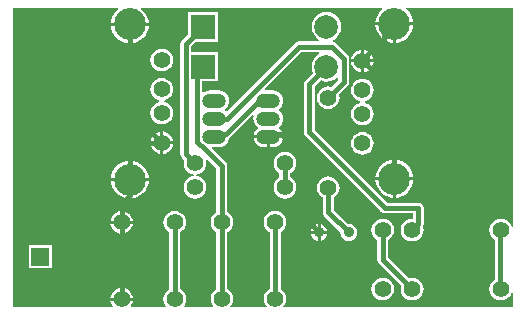
<source format=gtl>
%FSLAX44Y44*%
%MOMM*%
G71*
G01*
G75*
G04 Layer_Physical_Order=1*
G04 Layer_Color=255*
%ADD10C,0.4000*%
%ADD11O,2.0000X1.2500*%
%ADD12O,2.0000X1.2500*%
%ADD13C,1.4000*%
%ADD14R,1.5000X1.5000*%
%ADD15C,2.7000*%
%ADD16R,2.0000X2.0000*%
%ADD17C,2.0000*%
%ADD18C,0.9000*%
G36*
X806650Y640087D02*
X805405Y639839D01*
X804513Y641991D01*
X802984Y643984D01*
X800991Y645513D01*
X798671Y646474D01*
X796180Y646802D01*
X793690Y646474D01*
X791369Y645513D01*
X789376Y643984D01*
X787847Y641991D01*
X786886Y639670D01*
X786558Y637180D01*
X786886Y634689D01*
X787847Y632369D01*
X789376Y630376D01*
X791301Y628899D01*
Y595461D01*
X789376Y593984D01*
X787847Y591991D01*
X786886Y589670D01*
X786558Y587180D01*
X786886Y584689D01*
X787847Y582369D01*
X789376Y580376D01*
X791369Y578847D01*
X793690Y577886D01*
X796180Y577558D01*
X798671Y577886D01*
X800991Y578847D01*
X802984Y580376D01*
X804513Y582369D01*
X805405Y584521D01*
X806650Y584273D01*
Y571600D01*
X612804D01*
X612242Y572739D01*
X613424Y574278D01*
X614385Y576599D01*
X614713Y579090D01*
X614385Y581580D01*
X613424Y583901D01*
X611894Y585894D01*
X609902Y587423D01*
X609720Y587498D01*
Y635681D01*
X609902Y635756D01*
X611894Y637286D01*
X613424Y639278D01*
X614385Y641599D01*
X614713Y644090D01*
X614385Y646580D01*
X613424Y648901D01*
X611894Y650894D01*
X609902Y652423D01*
X607581Y653384D01*
X605090Y653712D01*
X602600Y653384D01*
X600279Y652423D01*
X598286Y650894D01*
X596757Y648901D01*
X595796Y646580D01*
X595468Y644090D01*
X595796Y641599D01*
X596757Y639278D01*
X598286Y637286D01*
X600279Y635756D01*
X600462Y635681D01*
Y587499D01*
X600279Y587423D01*
X598286Y585894D01*
X596757Y583901D01*
X595796Y581580D01*
X595468Y579090D01*
X595796Y576599D01*
X596757Y574278D01*
X597939Y572739D01*
X597377Y571600D01*
X567804D01*
X567242Y572739D01*
X568424Y574278D01*
X569385Y576599D01*
X569713Y579090D01*
X569385Y581580D01*
X568424Y583901D01*
X566894Y585894D01*
X564902Y587423D01*
X564720Y587498D01*
Y635681D01*
X564902Y635756D01*
X566894Y637286D01*
X568424Y639278D01*
X569385Y641599D01*
X569713Y644090D01*
X569385Y646580D01*
X568424Y648901D01*
X566894Y650894D01*
X564902Y652423D01*
X564720Y652498D01*
Y691159D01*
X564720Y691159D01*
X564367Y692931D01*
X563364Y694432D01*
X563364Y694432D01*
X551516Y706281D01*
X552002Y707454D01*
X557470D01*
X559765Y707756D01*
X561903Y708642D01*
X563739Y710051D01*
X565148Y711887D01*
X566034Y714025D01*
X566145Y714874D01*
X567153Y715547D01*
X585920Y734314D01*
X587126Y733815D01*
X586824Y731520D01*
X587126Y729225D01*
X588012Y727087D01*
X589421Y725251D01*
X590328Y724555D01*
Y723285D01*
X589421Y722589D01*
X588012Y720753D01*
X587126Y718615D01*
X586991Y717590D01*
X611889D01*
X611754Y718615D01*
X610868Y720753D01*
X609459Y722589D01*
X608552Y723285D01*
Y724555D01*
X609459Y725251D01*
X610868Y727087D01*
X611754Y729225D01*
X612056Y731520D01*
X611754Y733815D01*
X610868Y735953D01*
X609459Y737789D01*
X608552Y738485D01*
Y739755D01*
X609459Y740451D01*
X610868Y742287D01*
X611754Y744426D01*
X612056Y746720D01*
X611754Y749015D01*
X610868Y751153D01*
X609459Y752989D01*
X607623Y754398D01*
X605485Y755284D01*
X603190Y755586D01*
X596660D01*
X596174Y756759D01*
X627265Y787851D01*
X642407D01*
X642654Y786605D01*
X642336Y786474D01*
X639716Y784464D01*
X637706Y781844D01*
X636443Y778793D01*
X636012Y775520D01*
X636443Y772246D01*
X637145Y770551D01*
X630965Y764371D01*
X629961Y762869D01*
X629609Y761098D01*
X629609Y761098D01*
Y720090D01*
X629609Y720090D01*
X629961Y718319D01*
X630965Y716817D01*
X695227Y652555D01*
X695227Y652555D01*
X696729Y651551D01*
X696729Y651551D01*
X696729Y651551D01*
D01*
X696729Y651551D01*
X696729Y651551D01*
X698500Y651199D01*
X721871D01*
Y647408D01*
X721180Y646802D01*
X718690Y646474D01*
X716369Y645513D01*
X714376Y643984D01*
X712847Y641991D01*
X711886Y639670D01*
X711558Y637180D01*
X711886Y634689D01*
X712847Y632369D01*
X714376Y630376D01*
X716369Y628847D01*
X718690Y627886D01*
X721180Y627558D01*
X723671Y627886D01*
X725991Y628847D01*
X727984Y630376D01*
X729513Y632369D01*
X730475Y634689D01*
X730803Y637180D01*
X730475Y639670D01*
X730320Y640044D01*
X730777Y640728D01*
X731129Y642500D01*
X731129Y642500D01*
Y655768D01*
X730777Y657539D01*
X729773Y659041D01*
X729773Y659041D01*
X729713Y659101D01*
X728211Y660105D01*
X726440Y660457D01*
X726440Y660457D01*
X700417D01*
X638867Y722007D01*
Y759180D01*
X643691Y764005D01*
X645387Y763303D01*
X648660Y762872D01*
X651934Y763303D01*
X654984Y764566D01*
X657604Y766576D01*
X657616Y766593D01*
X658819Y766184D01*
Y764425D01*
X652913Y758519D01*
X652730Y758594D01*
X650240Y758922D01*
X647750Y758594D01*
X645429Y757633D01*
X643436Y756104D01*
X641907Y754111D01*
X640946Y751790D01*
X640618Y749300D01*
X640946Y746810D01*
X641907Y744489D01*
X643436Y742496D01*
X645429Y740967D01*
X647750Y740006D01*
X650240Y739678D01*
X652730Y740006D01*
X655051Y740967D01*
X657044Y742496D01*
X658573Y744489D01*
X659534Y746810D01*
X659862Y749300D01*
X659534Y751790D01*
X659459Y751973D01*
X666721Y759235D01*
X667725Y760737D01*
X668077Y762508D01*
X668077Y762508D01*
Y782320D01*
X668077Y782320D01*
X668077Y782320D01*
Y782320D01*
X668077D01*
X668077Y782320D01*
X667725Y784091D01*
X667323Y784693D01*
X666721Y785593D01*
X666721Y785593D01*
X656561Y795753D01*
X655059Y796757D01*
X653288Y797109D01*
X653263Y797233D01*
X653201Y797548D01*
X654984Y798287D01*
X657604Y800297D01*
X659614Y802916D01*
X660877Y805967D01*
X661308Y809240D01*
X660877Y812514D01*
X659614Y815564D01*
X657604Y818184D01*
X654984Y820194D01*
X651934Y821458D01*
X648660Y821889D01*
X645387Y821458D01*
X642336Y820194D01*
X639716Y818184D01*
X637706Y815564D01*
X636443Y812514D01*
X636012Y809240D01*
X636443Y805967D01*
X637706Y802916D01*
X639716Y800297D01*
X642304Y798312D01*
X641896Y797109D01*
X625348D01*
X625348Y797109D01*
X623577Y796757D01*
X622075Y795753D01*
X622075Y795753D01*
X564088Y737766D01*
X563739Y737789D01*
X562832Y738485D01*
Y739755D01*
X563739Y740451D01*
X565148Y742287D01*
X566034Y744426D01*
X566336Y746720D01*
X566034Y749015D01*
X565148Y751153D01*
X563739Y752989D01*
X561903Y754398D01*
X559765Y755284D01*
X557470Y755586D01*
X549970D01*
X547675Y755284D01*
X545537Y754398D01*
X544756Y753799D01*
X543617Y754361D01*
Y762980D01*
X556600D01*
Y788060D01*
X533965D01*
Y792599D01*
X538066Y796700D01*
X556600D01*
Y821780D01*
X531520D01*
Y803247D01*
X526063Y797790D01*
X525059Y796288D01*
X524707Y794517D01*
X524707Y794516D01*
Y701644D01*
X524707Y701644D01*
X525059Y699873D01*
X526063Y698371D01*
X528081Y696353D01*
X528005Y696171D01*
X527678Y693680D01*
X528005Y691190D01*
X528967Y688869D01*
X530496Y686876D01*
X532489Y685347D01*
X534809Y684386D01*
X536561Y684155D01*
Y682885D01*
X534809Y682654D01*
X532489Y681693D01*
X530496Y680164D01*
X528967Y678171D01*
X528005Y675851D01*
X527678Y673360D01*
X528005Y670870D01*
X528967Y668549D01*
X530496Y666556D01*
X532489Y665027D01*
X534809Y664066D01*
X537300Y663738D01*
X539790Y664066D01*
X542111Y665027D01*
X544104Y666556D01*
X545633Y668549D01*
X546594Y670870D01*
X546922Y673360D01*
X546594Y675851D01*
X545633Y678171D01*
X544104Y680164D01*
X542111Y681693D01*
X539790Y682654D01*
X538039Y682885D01*
Y684155D01*
X539790Y684386D01*
X542111Y685347D01*
X544104Y686876D01*
X545633Y688869D01*
X546594Y691190D01*
X546922Y693680D01*
X546594Y696171D01*
X546469Y696473D01*
X547525Y697179D01*
X555462Y689242D01*
Y652498D01*
X555279Y652423D01*
X553286Y650894D01*
X551757Y648901D01*
X550796Y646580D01*
X550468Y644090D01*
X550796Y641599D01*
X551757Y639278D01*
X553286Y637286D01*
X555279Y635756D01*
X555462Y635681D01*
Y587498D01*
X555279Y587423D01*
X553286Y585894D01*
X551757Y583901D01*
X550796Y581580D01*
X550468Y579090D01*
X550796Y576599D01*
X551757Y574278D01*
X552939Y572739D01*
X552377Y571600D01*
X528307D01*
X527746Y572739D01*
X528543Y573779D01*
X529505Y576099D01*
X529832Y578590D01*
X529505Y581080D01*
X528543Y583401D01*
X527014Y585394D01*
X525021Y586923D01*
X524839Y586998D01*
Y635181D01*
X525021Y635257D01*
X527014Y636786D01*
X528543Y638779D01*
X529505Y641099D01*
X529832Y643590D01*
X529505Y646080D01*
X528543Y648401D01*
X527014Y650394D01*
X525021Y651923D01*
X522701Y652884D01*
X520210Y653212D01*
X517720Y652884D01*
X515399Y651923D01*
X513406Y650394D01*
X511877Y648401D01*
X510916Y646080D01*
X510588Y643590D01*
X510916Y641099D01*
X511877Y638779D01*
X513406Y636786D01*
X515399Y635257D01*
X515581Y635181D01*
Y586998D01*
X515399Y586923D01*
X513406Y585394D01*
X511877Y583401D01*
X510916Y581080D01*
X510588Y578590D01*
X510916Y576099D01*
X511877Y573779D01*
X512675Y572739D01*
X512113Y571600D01*
X483307D01*
X482745Y572739D01*
X483543Y573779D01*
X484505Y576099D01*
X484665Y577320D01*
X465755D01*
X465916Y576099D01*
X466877Y573779D01*
X467675Y572739D01*
X467113Y571600D01*
X382830D01*
Y825401D01*
X472340D01*
X472768Y824205D01*
X470813Y822600D01*
X468809Y820158D01*
X467319Y817372D01*
X466402Y814348D01*
X466217Y812474D01*
X498203D01*
X498018Y814348D01*
X497101Y817372D01*
X495611Y820158D01*
X493607Y822600D01*
X491165Y824605D01*
X491364Y825401D01*
X695621D01*
X696049Y824205D01*
X694723Y823117D01*
X692719Y820675D01*
X691229Y817888D01*
X690312Y814864D01*
X690127Y812990D01*
X722113D01*
X721928Y814864D01*
X721011Y817888D01*
X719521Y820675D01*
X717517Y823117D01*
X715074Y825121D01*
X715145Y825401D01*
X806650D01*
Y640087D01*
D02*
G37*
%LPC*%
G36*
X476480Y653045D02*
Y644860D01*
X484665D01*
X484505Y646080D01*
X483543Y648401D01*
X482014Y650394D01*
X480021Y651923D01*
X477701Y652884D01*
X476480Y653045D01*
D02*
G37*
G36*
X613500Y703302D02*
X611009Y702974D01*
X608689Y702013D01*
X606696Y700484D01*
X605167Y698491D01*
X604206Y696171D01*
X603878Y693680D01*
X604206Y691190D01*
X605167Y688869D01*
X606696Y686876D01*
X608689Y685347D01*
X608871Y685272D01*
Y681769D01*
X608689Y681693D01*
X606696Y680164D01*
X605167Y678171D01*
X604206Y675851D01*
X603878Y673360D01*
X604206Y670870D01*
X605167Y668549D01*
X606696Y666556D01*
X608689Y665027D01*
X611009Y664066D01*
X613500Y663738D01*
X615990Y664066D01*
X618311Y665027D01*
X620304Y666556D01*
X621833Y668549D01*
X622794Y670870D01*
X623122Y673360D01*
X622794Y675851D01*
X621833Y678171D01*
X620304Y680164D01*
X618311Y681693D01*
X618129Y681769D01*
Y685272D01*
X618311Y685347D01*
X620304Y686876D01*
X621833Y688869D01*
X622794Y691190D01*
X623122Y693680D01*
X622794Y696171D01*
X621833Y698491D01*
X620304Y700484D01*
X618311Y702013D01*
X615990Y702974D01*
X613500Y703302D01*
D02*
G37*
G36*
X473940Y653045D02*
X472720Y652884D01*
X470399Y651923D01*
X468406Y650394D01*
X466877Y648401D01*
X465916Y646080D01*
X465755Y644860D01*
X473940D01*
Y653045D01*
D02*
G37*
G36*
X641180Y642033D02*
X640612Y641959D01*
X638900Y641249D01*
X637429Y640121D01*
X636301Y638650D01*
X635591Y636938D01*
X635517Y636370D01*
X641180D01*
Y642033D01*
D02*
G37*
G36*
X643720D02*
Y636370D01*
X649384D01*
X649309Y636938D01*
X648600Y638650D01*
X647471Y640121D01*
X646001Y641249D01*
X644288Y641959D01*
X643720Y642033D01*
D02*
G37*
G36*
X722113Y679200D02*
X707390D01*
Y664477D01*
X709264Y664662D01*
X712288Y665579D01*
X715074Y667069D01*
X717517Y669073D01*
X719521Y671516D01*
X721011Y674302D01*
X721928Y677326D01*
X722113Y679200D01*
D02*
G37*
G36*
X480940Y695946D02*
X479066Y695761D01*
X476042Y694844D01*
X473256Y693355D01*
X470813Y691350D01*
X468809Y688908D01*
X467319Y686122D01*
X466402Y683098D01*
X466217Y681224D01*
X480940D01*
Y695946D01*
D02*
G37*
G36*
X704850Y679200D02*
X690127D01*
X690312Y677326D01*
X691229Y674302D01*
X692719Y671516D01*
X694723Y669073D01*
X697166Y667069D01*
X699952Y665579D01*
X702976Y664662D01*
X704850Y664477D01*
Y679200D01*
D02*
G37*
G36*
X480940Y678683D02*
X466217D01*
X466402Y676809D01*
X467319Y673785D01*
X468809Y670999D01*
X470813Y668557D01*
X473256Y666552D01*
X476042Y665063D01*
X479066Y664146D01*
X480940Y663961D01*
Y678683D01*
D02*
G37*
G36*
X498203D02*
X483480D01*
Y663961D01*
X485354Y664146D01*
X488378Y665063D01*
X491165Y666552D01*
X493607Y668557D01*
X495611Y670999D01*
X497101Y673785D01*
X498018Y676809D01*
X498203Y678683D01*
D02*
G37*
G36*
X476480Y588045D02*
Y579860D01*
X484665D01*
X484505Y581080D01*
X483543Y583401D01*
X482014Y585394D01*
X480021Y586923D01*
X477701Y587884D01*
X476480Y588045D01*
D02*
G37*
G36*
X416440Y624720D02*
X396360D01*
Y604640D01*
X416440D01*
Y624720D01*
D02*
G37*
G36*
X473940Y588045D02*
X472720Y587884D01*
X470399Y586923D01*
X468406Y585394D01*
X466877Y583401D01*
X465916Y581080D01*
X465755Y579860D01*
X473940D01*
Y588045D01*
D02*
G37*
G36*
X696180Y596802D02*
X693690Y596474D01*
X691369Y595513D01*
X689376Y593984D01*
X687847Y591991D01*
X686886Y589670D01*
X686558Y587180D01*
X686886Y584689D01*
X687847Y582369D01*
X689376Y580376D01*
X691369Y578847D01*
X693690Y577886D01*
X696180Y577558D01*
X698671Y577886D01*
X700991Y578847D01*
X702984Y580376D01*
X704513Y582369D01*
X705475Y584689D01*
X705803Y587180D01*
X705475Y589670D01*
X704513Y591991D01*
X702984Y593984D01*
X700991Y595513D01*
X698671Y596474D01*
X696180Y596802D01*
D02*
G37*
G36*
Y646802D02*
X693690Y646474D01*
X691369Y645513D01*
X689376Y643984D01*
X687847Y641991D01*
X686886Y639670D01*
X686558Y637180D01*
X686886Y634689D01*
X687847Y632369D01*
X689376Y630376D01*
X691369Y628847D01*
X691551Y628771D01*
Y612180D01*
X691551Y612180D01*
X691904Y610409D01*
X692907Y608907D01*
X711961Y589853D01*
X711886Y589670D01*
X711558Y587180D01*
X711886Y584689D01*
X712847Y582369D01*
X714376Y580376D01*
X716369Y578847D01*
X718690Y577886D01*
X721180Y577558D01*
X723671Y577886D01*
X725991Y578847D01*
X727984Y580376D01*
X729513Y582369D01*
X730475Y584689D01*
X730803Y587180D01*
X730475Y589670D01*
X729513Y591991D01*
X727984Y593984D01*
X725991Y595513D01*
X723671Y596474D01*
X721180Y596802D01*
X718690Y596474D01*
X718508Y596399D01*
X700809Y614097D01*
Y628771D01*
X700991Y628847D01*
X702984Y630376D01*
X704513Y632369D01*
X705475Y634689D01*
X705803Y637180D01*
X705475Y639670D01*
X704513Y641991D01*
X702984Y643984D01*
X700991Y645513D01*
X698671Y646474D01*
X696180Y646802D01*
D02*
G37*
G36*
X473940Y642320D02*
X465755D01*
X465916Y641099D01*
X466877Y638779D01*
X468406Y636786D01*
X470399Y635257D01*
X472720Y634295D01*
X473940Y634135D01*
Y642320D01*
D02*
G37*
G36*
X484665D02*
X476480D01*
Y634135D01*
X477701Y634295D01*
X480021Y635257D01*
X482014Y636786D01*
X483543Y638779D01*
X484505Y641099D01*
X484665Y642320D01*
D02*
G37*
G36*
X649384Y633830D02*
X643720D01*
Y628166D01*
X644288Y628241D01*
X646001Y628951D01*
X647471Y630079D01*
X648600Y631550D01*
X649309Y633262D01*
X649384Y633830D01*
D02*
G37*
G36*
X650240Y682722D02*
X647750Y682394D01*
X645429Y681433D01*
X643436Y679904D01*
X641907Y677911D01*
X640946Y675590D01*
X640618Y673100D01*
X640946Y670610D01*
X641907Y668289D01*
X643436Y666296D01*
X645429Y664767D01*
X645611Y664691D01*
Y652310D01*
X645611Y652310D01*
X645963Y650539D01*
X646967Y649037D01*
X660414Y635590D01*
X660349Y635100D01*
X660591Y633262D01*
X661301Y631550D01*
X662429Y630079D01*
X663900Y628951D01*
X665612Y628241D01*
X667450Y627999D01*
X669288Y628241D01*
X671001Y628951D01*
X672471Y630079D01*
X673600Y631550D01*
X674309Y633262D01*
X674551Y635100D01*
X674309Y636938D01*
X673600Y638650D01*
X672471Y640121D01*
X671001Y641249D01*
X669288Y641959D01*
X667450Y642201D01*
X666960Y642136D01*
X654869Y654228D01*
Y664691D01*
X655051Y664767D01*
X657044Y666296D01*
X658573Y668289D01*
X659534Y670610D01*
X659862Y673100D01*
X659534Y675590D01*
X658573Y677911D01*
X657044Y679904D01*
X655051Y681433D01*
X652730Y682394D01*
X650240Y682722D01*
D02*
G37*
G36*
X641180Y633830D02*
X635517D01*
X635591Y633262D01*
X636301Y631550D01*
X637429Y630079D01*
X638900Y628951D01*
X640612Y628241D01*
X641180Y628166D01*
Y633830D01*
D02*
G37*
G36*
X483480Y695946D02*
Y681224D01*
X498203D01*
X498018Y683098D01*
X497101Y686122D01*
X495611Y688908D01*
X493607Y691350D01*
X491165Y693355D01*
X488378Y694844D01*
X485354Y695761D01*
X483480Y695946D01*
D02*
G37*
G36*
X509210Y790826D02*
X506720Y790498D01*
X504399Y789537D01*
X502406Y788008D01*
X500877Y786015D01*
X499916Y783694D01*
X499588Y781204D01*
X499916Y778713D01*
X500877Y776392D01*
X502406Y774399D01*
X504399Y772870D01*
X506720Y771909D01*
X509210Y771581D01*
X511700Y771909D01*
X514021Y772870D01*
X516014Y774399D01*
X517543Y776392D01*
X518504Y778713D01*
X518832Y781204D01*
X518504Y783694D01*
X517543Y786015D01*
X516014Y788008D01*
X514021Y789537D01*
X511700Y790498D01*
X509210Y790826D01*
D02*
G37*
G36*
X677850Y789925D02*
X676630Y789764D01*
X674309Y788803D01*
X672316Y787274D01*
X670787Y785281D01*
X669826Y782960D01*
X669665Y781740D01*
X677850D01*
Y789925D01*
D02*
G37*
G36*
X688575Y779200D02*
X680390D01*
Y771015D01*
X681610Y771176D01*
X683931Y772137D01*
X685924Y773666D01*
X687453Y775659D01*
X688414Y777980D01*
X688575Y779200D01*
D02*
G37*
G36*
X509210Y765826D02*
X506720Y765498D01*
X504399Y764537D01*
X502406Y763008D01*
X500877Y761015D01*
X499916Y758694D01*
X499588Y756204D01*
X499916Y753713D01*
X500877Y751392D01*
X502406Y749399D01*
X504399Y747870D01*
X506720Y746909D01*
X507256Y746839D01*
Y745568D01*
X506720Y745498D01*
X504399Y744537D01*
X502406Y743008D01*
X500877Y741015D01*
X499916Y738694D01*
X499588Y736204D01*
X499916Y733713D01*
X500877Y731392D01*
X502406Y729399D01*
X504399Y727870D01*
X506720Y726909D01*
X509210Y726581D01*
X511700Y726909D01*
X514021Y727870D01*
X516014Y729399D01*
X517543Y731392D01*
X518504Y733713D01*
X518832Y736204D01*
X518504Y738694D01*
X517543Y741015D01*
X516014Y743008D01*
X514021Y744537D01*
X511700Y745498D01*
X511165Y745568D01*
Y746839D01*
X511700Y746909D01*
X514021Y747870D01*
X516014Y749399D01*
X517543Y751392D01*
X518504Y753713D01*
X518832Y756204D01*
X518504Y758694D01*
X517543Y761015D01*
X516014Y763008D01*
X514021Y764537D01*
X511700Y765498D01*
X509210Y765826D01*
D02*
G37*
G36*
X677850Y779200D02*
X669665D01*
X669826Y777980D01*
X670787Y775659D01*
X672316Y773666D01*
X674309Y772137D01*
X676630Y771176D01*
X677850Y771015D01*
Y779200D01*
D02*
G37*
G36*
X704850Y810450D02*
X690127D01*
X690312Y808576D01*
X691229Y805552D01*
X692719Y802766D01*
X694723Y800323D01*
X697166Y798319D01*
X699952Y796829D01*
X702976Y795912D01*
X704850Y795727D01*
Y810450D01*
D02*
G37*
G36*
X722113D02*
X707390D01*
Y795727D01*
X709264Y795912D01*
X712288Y796829D01*
X715074Y798319D01*
X717517Y800323D01*
X719521Y802766D01*
X721011Y805552D01*
X721928Y808576D01*
X722113Y810450D01*
D02*
G37*
G36*
X498203Y809933D02*
X483480D01*
Y795211D01*
X485354Y795396D01*
X488378Y796313D01*
X491165Y797802D01*
X493607Y799807D01*
X495611Y802249D01*
X497101Y805036D01*
X498018Y808059D01*
X498203Y809933D01*
D02*
G37*
G36*
X680390Y789925D02*
Y781740D01*
X688575D01*
X688414Y782960D01*
X687453Y785281D01*
X685924Y787274D01*
X683931Y788803D01*
X681610Y789764D01*
X680390Y789925D01*
D02*
G37*
G36*
X480940Y809933D02*
X466217D01*
X466402Y808059D01*
X467319Y805036D01*
X468809Y802249D01*
X470813Y799807D01*
X473256Y797802D01*
X476042Y796313D01*
X479066Y795396D01*
X480940Y795211D01*
Y809933D01*
D02*
G37*
G36*
X507940Y709933D02*
X499755D01*
X499916Y708713D01*
X500877Y706392D01*
X502406Y704399D01*
X504399Y702870D01*
X506720Y701909D01*
X507940Y701748D01*
Y709933D01*
D02*
G37*
G36*
X518665D02*
X510480D01*
Y701748D01*
X511700Y701909D01*
X514021Y702870D01*
X516014Y704399D01*
X517543Y706392D01*
X518504Y708713D01*
X518665Y709933D01*
D02*
G37*
G36*
X679120Y720092D02*
X676630Y719764D01*
X674309Y718803D01*
X672316Y717274D01*
X670787Y715281D01*
X669826Y712960D01*
X669498Y710470D01*
X669826Y707980D01*
X670787Y705659D01*
X672316Y703666D01*
X674309Y702137D01*
X676630Y701176D01*
X679120Y700848D01*
X681610Y701176D01*
X683931Y702137D01*
X685924Y703666D01*
X687453Y705659D01*
X688414Y707980D01*
X688742Y710470D01*
X688414Y712960D01*
X687453Y715281D01*
X685924Y717274D01*
X683931Y718803D01*
X681610Y719764D01*
X679120Y720092D01*
D02*
G37*
G36*
X704850Y696462D02*
X702976Y696278D01*
X699952Y695361D01*
X697166Y693871D01*
X694723Y691867D01*
X692719Y689425D01*
X691229Y686638D01*
X690312Y683614D01*
X690127Y681740D01*
X704850D01*
Y696462D01*
D02*
G37*
G36*
X707390D02*
Y681740D01*
X722113D01*
X721928Y683614D01*
X721011Y686638D01*
X719521Y689425D01*
X717517Y691867D01*
X715074Y693871D01*
X712288Y695361D01*
X709264Y696278D01*
X707390Y696462D01*
D02*
G37*
G36*
X510480Y720659D02*
Y712474D01*
X518665D01*
X518504Y713694D01*
X517543Y716015D01*
X516014Y718008D01*
X514021Y719537D01*
X511700Y720498D01*
X510480Y720659D01*
D02*
G37*
G36*
X679120Y765092D02*
X676630Y764764D01*
X674309Y763803D01*
X672316Y762274D01*
X670787Y760281D01*
X669826Y757960D01*
X669498Y755470D01*
X669826Y752980D01*
X670787Y750659D01*
X672316Y748666D01*
X674309Y747137D01*
X676630Y746176D01*
X677166Y746105D01*
Y744835D01*
X676630Y744764D01*
X674309Y743803D01*
X672316Y742274D01*
X670787Y740281D01*
X669826Y737960D01*
X669498Y735470D01*
X669826Y732980D01*
X670787Y730659D01*
X672316Y728666D01*
X674309Y727137D01*
X676630Y726176D01*
X679120Y725848D01*
X681610Y726176D01*
X683931Y727137D01*
X685924Y728666D01*
X687453Y730659D01*
X688414Y732980D01*
X688742Y735470D01*
X688414Y737960D01*
X687453Y740281D01*
X685924Y742274D01*
X683931Y743803D01*
X681610Y744764D01*
X681075Y744835D01*
Y746105D01*
X681610Y746176D01*
X683931Y747137D01*
X685924Y748666D01*
X687453Y750659D01*
X688414Y752980D01*
X688742Y755470D01*
X688414Y757960D01*
X687453Y760281D01*
X685924Y762274D01*
X683931Y763803D01*
X681610Y764764D01*
X679120Y765092D01*
D02*
G37*
G36*
X507940Y720659D02*
X506720Y720498D01*
X504399Y719537D01*
X502406Y718008D01*
X500877Y716015D01*
X499916Y713694D01*
X499755Y712474D01*
X507940D01*
Y720659D01*
D02*
G37*
G36*
X598170Y715050D02*
X586991D01*
X587126Y714025D01*
X588012Y711887D01*
X589421Y710051D01*
X591257Y708642D01*
X593395Y707756D01*
X595690Y707454D01*
X598170D01*
Y715050D01*
D02*
G37*
G36*
X611889D02*
X600710D01*
Y707454D01*
X603190D01*
X605485Y707756D01*
X607623Y708642D01*
X609459Y710051D01*
X610868Y711887D01*
X611754Y714025D01*
X611889Y715050D01*
D02*
G37*
%LPD*%
D10*
X538988Y712042D02*
Y772922D01*
Y712042D02*
X545501Y705530D01*
X545720D02*
X560091Y691159D01*
X545501Y705530D02*
X545720D01*
X726440Y655828D02*
X726500Y655768D01*
X538988Y772922D02*
X544060D01*
X706120Y680720D02*
Y753720D01*
X679120Y780720D02*
X706120Y753720D01*
X482210Y738204D02*
X509210Y711204D01*
X482210Y738204D02*
Y811203D01*
X544060Y772922D02*
Y775520D01*
X553720Y731520D02*
X564388D01*
X625348Y792480D01*
X653288D01*
X663448Y782320D01*
Y762508D02*
Y782320D01*
X650240Y749300D02*
X663448Y762508D01*
X553720Y718820D02*
X563880D01*
X589280Y744220D01*
X599440D01*
X634238Y761098D02*
X648660Y775520D01*
X634238Y720090D02*
Y761098D01*
Y720090D02*
X698500Y655828D01*
X726440D01*
X679120Y780720D02*
X697230Y798830D01*
Y803080D01*
X706120Y811970D01*
X482210Y667090D02*
Y697605D01*
X495808Y711204D01*
X509210D01*
X475210Y660090D02*
X482210Y667090D01*
X627634Y649916D02*
X642450Y635100D01*
X627634Y649916D02*
Y701040D01*
X609854Y718820D02*
X627634Y701040D01*
X599440Y718820D02*
X609854D01*
X650240Y652310D02*
Y673100D01*
Y652310D02*
X667450Y635100D01*
X529336Y794517D02*
X544060Y809240D01*
X529336Y701644D02*
Y794517D01*
Y701644D02*
X537300Y693680D01*
X605091Y579090D02*
Y644090D01*
X795930Y587180D02*
Y637180D01*
X520210Y578090D02*
Y643090D01*
X613500Y673360D02*
Y693680D01*
X475210Y578090D02*
Y660090D01*
X726500Y642500D02*
Y655768D01*
X721180Y637180D02*
X726500Y642500D01*
X560091Y579090D02*
Y691159D01*
X696180Y612180D02*
X721180Y587180D01*
X696180Y612180D02*
Y637180D01*
D11*
X599440Y746720D02*
D03*
Y716320D02*
D03*
X553720D02*
D03*
Y746720D02*
D03*
D12*
X599440Y731520D02*
D03*
X553720D02*
D03*
D13*
X537300Y673360D02*
D03*
X613500D02*
D03*
X509210Y781204D02*
D03*
Y756204D02*
D03*
Y736204D02*
D03*
Y711204D02*
D03*
X520210Y578590D02*
D03*
Y643590D02*
D03*
X475210Y578590D02*
D03*
Y643590D02*
D03*
X560090Y644090D02*
D03*
Y579090D02*
D03*
X605090Y644090D02*
D03*
Y579090D02*
D03*
X679120Y710470D02*
D03*
Y735470D02*
D03*
Y755470D02*
D03*
Y780470D02*
D03*
X650240Y749300D02*
D03*
Y673100D02*
D03*
X613500Y693680D02*
D03*
X537300D02*
D03*
X696180Y587180D02*
D03*
X721180D02*
D03*
X796180D02*
D03*
Y637180D02*
D03*
X721180D02*
D03*
X696180D02*
D03*
D14*
X406400Y614680D02*
D03*
D15*
X482210Y811204D02*
D03*
Y679954D02*
D03*
X706120Y680470D02*
D03*
Y811720D02*
D03*
D16*
X544060Y775520D02*
D03*
Y809240D02*
D03*
D17*
X648660Y775520D02*
D03*
Y809240D02*
D03*
D18*
X667450Y635100D02*
D03*
X642450D02*
D03*
M02*

</source>
